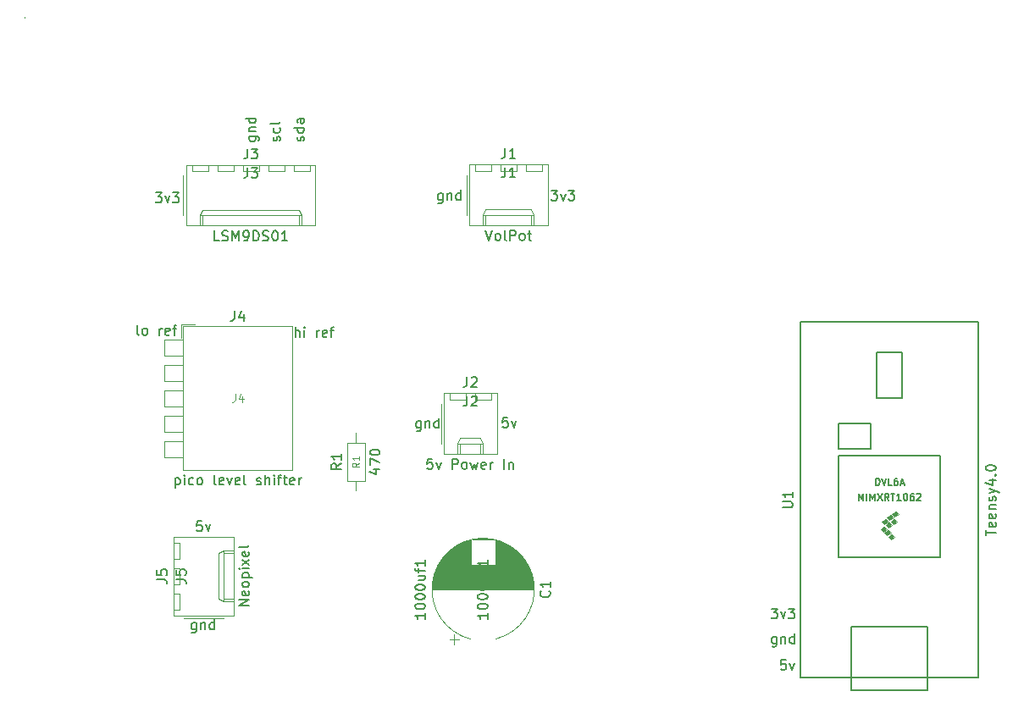
<source format=gbr>
%TF.GenerationSoftware,KiCad,Pcbnew,(6.0.5-0)*%
%TF.CreationDate,2023-02-05T23:58:47+00:00*%
%TF.ProjectId,Resonator_v3,5265736f-6e61-4746-9f72-5f76332e6b69,rev?*%
%TF.SameCoordinates,PXfffec780PYc85b810*%
%TF.FileFunction,Legend,Top*%
%TF.FilePolarity,Positive*%
%FSLAX46Y46*%
G04 Gerber Fmt 4.6, Leading zero omitted, Abs format (unit mm)*
G04 Created by KiCad (PCBNEW (6.0.5-0)) date 2023-02-05 23:58:47*
%MOMM*%
%LPD*%
G01*
G04 APERTURE LIST*
%ADD10C,0.150000*%
%ADD11C,0.108000*%
%ADD12C,0.120000*%
%ADD13C,0.100000*%
G04 APERTURE END LIST*
D10*
X91460001Y146530000D02*
G75*
G03*
X91460001Y146530000I-1J0D01*
G01*
X131003123Y106180486D02*
X131003123Y105370962D01*
X130955504Y105275724D01*
X130907885Y105228105D01*
X130812647Y105180486D01*
X130669790Y105180486D01*
X130574552Y105228105D01*
X131003123Y105561439D02*
X130907885Y105513820D01*
X130717409Y105513820D01*
X130622171Y105561439D01*
X130574552Y105609058D01*
X130526933Y105704296D01*
X130526933Y105990010D01*
X130574552Y106085248D01*
X130622171Y106132867D01*
X130717409Y106180486D01*
X130907885Y106180486D01*
X131003123Y106132867D01*
X131479314Y106180486D02*
X131479314Y105513820D01*
X131479314Y106085248D02*
X131526933Y106132867D01*
X131622171Y106180486D01*
X131765028Y106180486D01*
X131860266Y106132867D01*
X131907885Y106037629D01*
X131907885Y105513820D01*
X132812647Y105513820D02*
X132812647Y106513820D01*
X132812647Y105561439D02*
X132717409Y105513820D01*
X132526933Y105513820D01*
X132431695Y105561439D01*
X132384076Y105609058D01*
X132336457Y105704296D01*
X132336457Y105990010D01*
X132384076Y106085248D01*
X132431695Y106132867D01*
X132526933Y106180486D01*
X132717409Y106180486D01*
X132812647Y106132867D01*
X166037723Y87463820D02*
X166656771Y87463820D01*
X166323438Y87082867D01*
X166466295Y87082867D01*
X166561533Y87035248D01*
X166609152Y86987629D01*
X166656771Y86892391D01*
X166656771Y86654296D01*
X166609152Y86559058D01*
X166561533Y86511439D01*
X166466295Y86463820D01*
X166180580Y86463820D01*
X166085342Y86511439D01*
X166037723Y86559058D01*
X166990104Y87130486D02*
X167228200Y86463820D01*
X167466295Y87130486D01*
X167752009Y87463820D02*
X168371057Y87463820D01*
X168037723Y87082867D01*
X168180580Y87082867D01*
X168275819Y87035248D01*
X168323438Y86987629D01*
X168371057Y86892391D01*
X168371057Y86654296D01*
X168323438Y86559058D01*
X168275819Y86511439D01*
X168180580Y86463820D01*
X167894866Y86463820D01*
X167799628Y86511439D01*
X167752009Y86559058D01*
X109122542Y96201420D02*
X108646352Y96201420D01*
X108598733Y95725229D01*
X108646352Y95772848D01*
X108741590Y95820467D01*
X108979685Y95820467D01*
X109074923Y95772848D01*
X109122542Y95725229D01*
X109170161Y95629991D01*
X109170161Y95391896D01*
X109122542Y95296658D01*
X109074923Y95249039D01*
X108979685Y95201420D01*
X108741590Y95201420D01*
X108646352Y95249039D01*
X108598733Y95296658D01*
X109503495Y95868086D02*
X109741590Y95201420D01*
X109979685Y95868086D01*
X108549523Y86038286D02*
X108549523Y85228762D01*
X108501904Y85133524D01*
X108454285Y85085905D01*
X108359047Y85038286D01*
X108216190Y85038286D01*
X108120952Y85085905D01*
X108549523Y85419239D02*
X108454285Y85371620D01*
X108263809Y85371620D01*
X108168571Y85419239D01*
X108120952Y85466858D01*
X108073333Y85562096D01*
X108073333Y85847810D01*
X108120952Y85943048D01*
X108168571Y85990667D01*
X108263809Y86038286D01*
X108454285Y86038286D01*
X108549523Y85990667D01*
X109025714Y86038286D02*
X109025714Y85371620D01*
X109025714Y85943048D02*
X109073333Y85990667D01*
X109168571Y86038286D01*
X109311428Y86038286D01*
X109406666Y85990667D01*
X109454285Y85895429D01*
X109454285Y85371620D01*
X110359047Y85371620D02*
X110359047Y86371620D01*
X110359047Y85419239D02*
X110263809Y85371620D01*
X110073333Y85371620D01*
X109978095Y85419239D01*
X109930476Y85466858D01*
X109882857Y85562096D01*
X109882857Y85847810D01*
X109930476Y85943048D01*
X109978095Y85990667D01*
X110073333Y86038286D01*
X110263809Y86038286D01*
X110359047Y85990667D01*
X119296761Y134234953D02*
X119344380Y134330191D01*
X119344380Y134520667D01*
X119296761Y134615905D01*
X119201523Y134663524D01*
X119153904Y134663524D01*
X119058666Y134615905D01*
X119011047Y134520667D01*
X119011047Y134377810D01*
X118963428Y134282572D01*
X118868190Y134234953D01*
X118820571Y134234953D01*
X118725333Y134282572D01*
X118677714Y134377810D01*
X118677714Y134520667D01*
X118725333Y134615905D01*
X119344380Y135520667D02*
X118344380Y135520667D01*
X119296761Y135520667D02*
X119344380Y135425429D01*
X119344380Y135234953D01*
X119296761Y135139715D01*
X119249142Y135092096D01*
X119153904Y135044477D01*
X118868190Y135044477D01*
X118772952Y135092096D01*
X118725333Y135139715D01*
X118677714Y135234953D01*
X118677714Y135425429D01*
X118725333Y135520667D01*
X119344380Y136425429D02*
X118820571Y136425429D01*
X118725333Y136377810D01*
X118677714Y136282572D01*
X118677714Y136092096D01*
X118725333Y135996858D01*
X119296761Y136425429D02*
X119344380Y136330191D01*
X119344380Y136092096D01*
X119296761Y135996858D01*
X119201523Y135949239D01*
X119106285Y135949239D01*
X119011047Y135996858D01*
X118963428Y136092096D01*
X118963428Y136330191D01*
X118915809Y136425429D01*
X104493523Y129043620D02*
X105112571Y129043620D01*
X104779238Y128662667D01*
X104922095Y128662667D01*
X105017333Y128615048D01*
X105064952Y128567429D01*
X105112571Y128472191D01*
X105112571Y128234096D01*
X105064952Y128138858D01*
X105017333Y128091239D01*
X104922095Y128043620D01*
X104636380Y128043620D01*
X104541142Y128091239D01*
X104493523Y128138858D01*
X105445904Y128710286D02*
X105684000Y128043620D01*
X105922095Y128710286D01*
X106207809Y129043620D02*
X106826857Y129043620D01*
X106493523Y128662667D01*
X106636380Y128662667D01*
X106731619Y128615048D01*
X106779238Y128567429D01*
X106826857Y128472191D01*
X106826857Y128234096D01*
X106779238Y128138858D01*
X106731619Y128091239D01*
X106636380Y128043620D01*
X106350666Y128043620D01*
X106255428Y128091239D01*
X106207809Y128138858D01*
X133187523Y128964286D02*
X133187523Y128154762D01*
X133139904Y128059524D01*
X133092285Y128011905D01*
X132997047Y127964286D01*
X132854190Y127964286D01*
X132758952Y128011905D01*
X133187523Y128345239D02*
X133092285Y128297620D01*
X132901809Y128297620D01*
X132806571Y128345239D01*
X132758952Y128392858D01*
X132711333Y128488096D01*
X132711333Y128773810D01*
X132758952Y128869048D01*
X132806571Y128916667D01*
X132901809Y128964286D01*
X133092285Y128964286D01*
X133187523Y128916667D01*
X133663714Y128964286D02*
X133663714Y128297620D01*
X133663714Y128869048D02*
X133711333Y128916667D01*
X133806571Y128964286D01*
X133949428Y128964286D01*
X134044666Y128916667D01*
X134092285Y128821429D01*
X134092285Y128297620D01*
X134997047Y128297620D02*
X134997047Y129297620D01*
X134997047Y128345239D02*
X134901809Y128297620D01*
X134711333Y128297620D01*
X134616095Y128345239D01*
X134568476Y128392858D01*
X134520857Y128488096D01*
X134520857Y128773810D01*
X134568476Y128869048D01*
X134616095Y128916667D01*
X134711333Y128964286D01*
X134901809Y128964286D01*
X134997047Y128916667D01*
X167491742Y82333020D02*
X167015552Y82333020D01*
X166967933Y81856829D01*
X167015552Y81904448D01*
X167110790Y81952067D01*
X167348885Y81952067D01*
X167444123Y81904448D01*
X167491742Y81856829D01*
X167539361Y81761591D01*
X167539361Y81523496D01*
X167491742Y81428258D01*
X167444123Y81380639D01*
X167348885Y81333020D01*
X167110790Y81333020D01*
X167015552Y81380639D01*
X166967933Y81428258D01*
X167872695Y81999686D02*
X168110790Y81333020D01*
X168348885Y81999686D01*
X139678742Y106564620D02*
X139202552Y106564620D01*
X139154933Y106088429D01*
X139202552Y106136048D01*
X139297790Y106183667D01*
X139535885Y106183667D01*
X139631123Y106136048D01*
X139678742Y106088429D01*
X139726361Y105993191D01*
X139726361Y105755096D01*
X139678742Y105659858D01*
X139631123Y105612239D01*
X139535885Y105564620D01*
X139297790Y105564620D01*
X139202552Y105612239D01*
X139154933Y105659858D01*
X140059695Y106231286D02*
X140297790Y105564620D01*
X140535885Y106231286D01*
X113851714Y134663524D02*
X114661238Y134663524D01*
X114756476Y134615905D01*
X114804095Y134568286D01*
X114851714Y134473048D01*
X114851714Y134330191D01*
X114804095Y134234953D01*
X114470761Y134663524D02*
X114518380Y134568286D01*
X114518380Y134377810D01*
X114470761Y134282572D01*
X114423142Y134234953D01*
X114327904Y134187334D01*
X114042190Y134187334D01*
X113946952Y134234953D01*
X113899333Y134282572D01*
X113851714Y134377810D01*
X113851714Y134568286D01*
X113899333Y134663524D01*
X113851714Y135139715D02*
X114518380Y135139715D01*
X113946952Y135139715D02*
X113899333Y135187334D01*
X113851714Y135282572D01*
X113851714Y135425429D01*
X113899333Y135520667D01*
X113994571Y135568286D01*
X114518380Y135568286D01*
X114518380Y136473048D02*
X113518380Y136473048D01*
X114470761Y136473048D02*
X114518380Y136377810D01*
X114518380Y136187334D01*
X114470761Y136092096D01*
X114423142Y136044477D01*
X114327904Y135996858D01*
X114042190Y135996858D01*
X113946952Y136044477D01*
X113899333Y136092096D01*
X113851714Y136187334D01*
X113851714Y136377810D01*
X113899333Y136473048D01*
X144041323Y129272220D02*
X144660371Y129272220D01*
X144327038Y128891267D01*
X144469895Y128891267D01*
X144565133Y128843648D01*
X144612752Y128796029D01*
X144660371Y128700791D01*
X144660371Y128462696D01*
X144612752Y128367458D01*
X144565133Y128319839D01*
X144469895Y128272220D01*
X144184180Y128272220D01*
X144088942Y128319839D01*
X144041323Y128367458D01*
X144993704Y128938886D02*
X145231800Y128272220D01*
X145469895Y128938886D01*
X145755609Y129272220D02*
X146374657Y129272220D01*
X146041323Y128891267D01*
X146184180Y128891267D01*
X146279419Y128843648D01*
X146327038Y128796029D01*
X146374657Y128700791D01*
X146374657Y128462696D01*
X146327038Y128367458D01*
X146279419Y128319839D01*
X146184180Y128272220D01*
X145898466Y128272220D01*
X145803228Y128319839D01*
X145755609Y128367458D01*
X166563123Y84641286D02*
X166563123Y83831762D01*
X166515504Y83736524D01*
X166467885Y83688905D01*
X166372647Y83641286D01*
X166229790Y83641286D01*
X166134552Y83688905D01*
X166563123Y84022239D02*
X166467885Y83974620D01*
X166277409Y83974620D01*
X166182171Y84022239D01*
X166134552Y84069858D01*
X166086933Y84165096D01*
X166086933Y84450810D01*
X166134552Y84546048D01*
X166182171Y84593667D01*
X166277409Y84641286D01*
X166467885Y84641286D01*
X166563123Y84593667D01*
X167039314Y84641286D02*
X167039314Y83974620D01*
X167039314Y84546048D02*
X167086933Y84593667D01*
X167182171Y84641286D01*
X167325028Y84641286D01*
X167420266Y84593667D01*
X167467885Y84498429D01*
X167467885Y83974620D01*
X168372647Y83974620D02*
X168372647Y84974620D01*
X168372647Y84022239D02*
X168277409Y83974620D01*
X168086933Y83974620D01*
X167991695Y84022239D01*
X167944076Y84069858D01*
X167896457Y84165096D01*
X167896457Y84450810D01*
X167944076Y84546048D01*
X167991695Y84593667D01*
X168086933Y84641286D01*
X168277409Y84641286D01*
X168372647Y84593667D01*
X116883761Y134220639D02*
X116931380Y134315877D01*
X116931380Y134506353D01*
X116883761Y134601591D01*
X116788523Y134649210D01*
X116740904Y134649210D01*
X116645666Y134601591D01*
X116598047Y134506353D01*
X116598047Y134363496D01*
X116550428Y134268258D01*
X116455190Y134220639D01*
X116407571Y134220639D01*
X116312333Y134268258D01*
X116264714Y134363496D01*
X116264714Y134506353D01*
X116312333Y134601591D01*
X116883761Y135506353D02*
X116931380Y135411115D01*
X116931380Y135220639D01*
X116883761Y135125400D01*
X116836142Y135077781D01*
X116740904Y135030162D01*
X116455190Y135030162D01*
X116359952Y135077781D01*
X116312333Y135125400D01*
X116264714Y135220639D01*
X116264714Y135411115D01*
X116312333Y135506353D01*
X116931380Y136077781D02*
X116883761Y135982543D01*
X116788523Y135934924D01*
X115931380Y135934924D01*
X118457257Y114607020D02*
X118457257Y115607020D01*
X118885828Y114607020D02*
X118885828Y115130829D01*
X118838209Y115226067D01*
X118742971Y115273686D01*
X118600114Y115273686D01*
X118504876Y115226067D01*
X118457257Y115178448D01*
X119362019Y114607020D02*
X119362019Y115273686D01*
X119362019Y115607020D02*
X119314400Y115559400D01*
X119362019Y115511781D01*
X119409638Y115559400D01*
X119362019Y115607020D01*
X119362019Y115511781D01*
X120600114Y114607020D02*
X120600114Y115273686D01*
X120600114Y115083210D02*
X120647733Y115178448D01*
X120695352Y115226067D01*
X120790590Y115273686D01*
X120885828Y115273686D01*
X121600114Y114654639D02*
X121504876Y114607020D01*
X121314400Y114607020D01*
X121219161Y114654639D01*
X121171542Y114749877D01*
X121171542Y115130829D01*
X121219161Y115226067D01*
X121314400Y115273686D01*
X121504876Y115273686D01*
X121600114Y115226067D01*
X121647733Y115130829D01*
X121647733Y115035591D01*
X121171542Y114940353D01*
X121933447Y115273686D02*
X122314400Y115273686D01*
X122076304Y114607020D02*
X122076304Y115464162D01*
X122123923Y115559400D01*
X122219161Y115607020D01*
X122314400Y115607020D01*
X102828304Y114810220D02*
X102733066Y114857839D01*
X102685447Y114953077D01*
X102685447Y115810220D01*
X103352114Y114810220D02*
X103256876Y114857839D01*
X103209257Y114905458D01*
X103161638Y115000696D01*
X103161638Y115286410D01*
X103209257Y115381648D01*
X103256876Y115429267D01*
X103352114Y115476886D01*
X103494971Y115476886D01*
X103590209Y115429267D01*
X103637828Y115381648D01*
X103685447Y115286410D01*
X103685447Y115000696D01*
X103637828Y114905458D01*
X103590209Y114857839D01*
X103494971Y114810220D01*
X103352114Y114810220D01*
X104875923Y114810220D02*
X104875923Y115476886D01*
X104875923Y115286410D02*
X104923542Y115381648D01*
X104971161Y115429267D01*
X105066400Y115476886D01*
X105161638Y115476886D01*
X105875923Y114857839D02*
X105780685Y114810220D01*
X105590209Y114810220D01*
X105494971Y114857839D01*
X105447352Y114953077D01*
X105447352Y115334029D01*
X105494971Y115429267D01*
X105590209Y115476886D01*
X105780685Y115476886D01*
X105875923Y115429267D01*
X105923542Y115334029D01*
X105923542Y115238791D01*
X105447352Y115143553D01*
X106209257Y115476886D02*
X106590209Y115476886D01*
X106352114Y114810220D02*
X106352114Y115667362D01*
X106399733Y115762600D01*
X106494971Y115810220D01*
X106590209Y115810220D01*
%TO.C,J2*%
X135636666Y110617620D02*
X135636666Y109903334D01*
X135589047Y109760477D01*
X135493809Y109665239D01*
X135350952Y109617620D01*
X135255714Y109617620D01*
X136065238Y110522381D02*
X136112857Y110570000D01*
X136208095Y110617620D01*
X136446190Y110617620D01*
X136541428Y110570000D01*
X136589047Y110522381D01*
X136636666Y110427143D01*
X136636666Y110331905D01*
X136589047Y110189048D01*
X136017619Y109617620D01*
X136636666Y109617620D01*
X132160476Y102417620D02*
X131684285Y102417620D01*
X131636666Y101941429D01*
X131684285Y101989048D01*
X131779523Y102036667D01*
X132017619Y102036667D01*
X132112857Y101989048D01*
X132160476Y101941429D01*
X132208095Y101846191D01*
X132208095Y101608096D01*
X132160476Y101512858D01*
X132112857Y101465239D01*
X132017619Y101417620D01*
X131779523Y101417620D01*
X131684285Y101465239D01*
X131636666Y101512858D01*
X132541428Y102084286D02*
X132779523Y101417620D01*
X133017619Y102084286D01*
X134160476Y101417620D02*
X134160476Y102417620D01*
X134541428Y102417620D01*
X134636666Y102370000D01*
X134684285Y102322381D01*
X134731904Y102227143D01*
X134731904Y102084286D01*
X134684285Y101989048D01*
X134636666Y101941429D01*
X134541428Y101893810D01*
X134160476Y101893810D01*
X135303333Y101417620D02*
X135208095Y101465239D01*
X135160476Y101512858D01*
X135112857Y101608096D01*
X135112857Y101893810D01*
X135160476Y101989048D01*
X135208095Y102036667D01*
X135303333Y102084286D01*
X135446190Y102084286D01*
X135541428Y102036667D01*
X135589047Y101989048D01*
X135636666Y101893810D01*
X135636666Y101608096D01*
X135589047Y101512858D01*
X135541428Y101465239D01*
X135446190Y101417620D01*
X135303333Y101417620D01*
X135970000Y102084286D02*
X136160476Y101417620D01*
X136350952Y101893810D01*
X136541428Y101417620D01*
X136731904Y102084286D01*
X137493809Y101465239D02*
X137398571Y101417620D01*
X137208095Y101417620D01*
X137112857Y101465239D01*
X137065238Y101560477D01*
X137065238Y101941429D01*
X137112857Y102036667D01*
X137208095Y102084286D01*
X137398571Y102084286D01*
X137493809Y102036667D01*
X137541428Y101941429D01*
X137541428Y101846191D01*
X137065238Y101750953D01*
X137970000Y101417620D02*
X137970000Y102084286D01*
X137970000Y101893810D02*
X138017619Y101989048D01*
X138065238Y102036667D01*
X138160476Y102084286D01*
X138255714Y102084286D01*
X139350952Y101417620D02*
X139350952Y102417620D01*
X139827142Y102084286D02*
X139827142Y101417620D01*
X139827142Y101989048D02*
X139874761Y102036667D01*
X139970000Y102084286D01*
X140112857Y102084286D01*
X140208095Y102036667D01*
X140255714Y101941429D01*
X140255714Y101417620D01*
X135636666Y108717620D02*
X135636666Y108003334D01*
X135589047Y107860477D01*
X135493809Y107765239D01*
X135350952Y107717620D01*
X135255714Y107717620D01*
X136065238Y108622381D02*
X136112857Y108670000D01*
X136208095Y108717620D01*
X136446190Y108717620D01*
X136541428Y108670000D01*
X136589047Y108622381D01*
X136636666Y108527143D01*
X136636666Y108431905D01*
X136589047Y108289048D01*
X136017619Y107717620D01*
X136636666Y107717620D01*
%TO.C,J3*%
X113681747Y133429672D02*
X113681747Y132715386D01*
X113634128Y132572529D01*
X113538890Y132477291D01*
X113396033Y132429672D01*
X113300795Y132429672D01*
X114062700Y133429672D02*
X114681747Y133429672D01*
X114348414Y133048719D01*
X114491271Y133048719D01*
X114586509Y133001100D01*
X114634128Y132953481D01*
X114681747Y132858243D01*
X114681747Y132620148D01*
X114634128Y132524910D01*
X114586509Y132477291D01*
X114491271Y132429672D01*
X114205557Y132429672D01*
X114110319Y132477291D01*
X114062700Y132524910D01*
X110872223Y124229672D02*
X110396033Y124229672D01*
X110396033Y125229672D01*
X111157938Y124277291D02*
X111300795Y124229672D01*
X111538890Y124229672D01*
X111634128Y124277291D01*
X111681747Y124324910D01*
X111729366Y124420148D01*
X111729366Y124515386D01*
X111681747Y124610624D01*
X111634128Y124658243D01*
X111538890Y124705862D01*
X111348414Y124753481D01*
X111253176Y124801100D01*
X111205557Y124848719D01*
X111157938Y124943957D01*
X111157938Y125039195D01*
X111205557Y125134433D01*
X111253176Y125182052D01*
X111348414Y125229672D01*
X111586509Y125229672D01*
X111729366Y125182052D01*
X112157938Y124229672D02*
X112157938Y125229672D01*
X112491271Y124515386D01*
X112824604Y125229672D01*
X112824604Y124229672D01*
X113348414Y124229672D02*
X113538890Y124229672D01*
X113634128Y124277291D01*
X113681747Y124324910D01*
X113776985Y124467767D01*
X113824604Y124658243D01*
X113824604Y125039195D01*
X113776985Y125134433D01*
X113729366Y125182052D01*
X113634128Y125229672D01*
X113443652Y125229672D01*
X113348414Y125182052D01*
X113300795Y125134433D01*
X113253176Y125039195D01*
X113253176Y124801100D01*
X113300795Y124705862D01*
X113348414Y124658243D01*
X113443652Y124610624D01*
X113634128Y124610624D01*
X113729366Y124658243D01*
X113776985Y124705862D01*
X113824604Y124801100D01*
X114253176Y124229672D02*
X114253176Y125229672D01*
X114491271Y125229672D01*
X114634128Y125182052D01*
X114729366Y125086814D01*
X114776985Y124991576D01*
X114824604Y124801100D01*
X114824604Y124658243D01*
X114776985Y124467767D01*
X114729366Y124372529D01*
X114634128Y124277291D01*
X114491271Y124229672D01*
X114253176Y124229672D01*
X115205557Y124277291D02*
X115348414Y124229672D01*
X115586509Y124229672D01*
X115681747Y124277291D01*
X115729366Y124324910D01*
X115776985Y124420148D01*
X115776985Y124515386D01*
X115729366Y124610624D01*
X115681747Y124658243D01*
X115586509Y124705862D01*
X115396033Y124753481D01*
X115300795Y124801100D01*
X115253176Y124848719D01*
X115205557Y124943957D01*
X115205557Y125039195D01*
X115253176Y125134433D01*
X115300795Y125182052D01*
X115396033Y125229672D01*
X115634128Y125229672D01*
X115776985Y125182052D01*
X116396033Y125229672D02*
X116491271Y125229672D01*
X116586509Y125182052D01*
X116634128Y125134433D01*
X116681747Y125039195D01*
X116729366Y124848719D01*
X116729366Y124610624D01*
X116681747Y124420148D01*
X116634128Y124324910D01*
X116586509Y124277291D01*
X116491271Y124229672D01*
X116396033Y124229672D01*
X116300795Y124277291D01*
X116253176Y124324910D01*
X116205557Y124420148D01*
X116157938Y124610624D01*
X116157938Y124848719D01*
X116205557Y125039195D01*
X116253176Y125134433D01*
X116300795Y125182052D01*
X116396033Y125229672D01*
X117681747Y124229672D02*
X117110319Y124229672D01*
X117396033Y124229672D02*
X117396033Y125229672D01*
X117300795Y125086814D01*
X117205557Y124991576D01*
X117110319Y124943957D01*
X113681747Y131529672D02*
X113681747Y130815386D01*
X113634128Y130672529D01*
X113538890Y130577291D01*
X113396033Y130529672D01*
X113300795Y130529672D01*
X114062700Y131529672D02*
X114681747Y131529672D01*
X114348414Y131148719D01*
X114491271Y131148719D01*
X114586509Y131101100D01*
X114634128Y131053481D01*
X114681747Y130958243D01*
X114681747Y130720148D01*
X114634128Y130624910D01*
X114586509Y130577291D01*
X114491271Y130529672D01*
X114205557Y130529672D01*
X114110319Y130577291D01*
X114062700Y130624910D01*
%TO.C,R1*%
X123072380Y101973334D02*
X122596190Y101640000D01*
X123072380Y101401905D02*
X122072380Y101401905D01*
X122072380Y101782858D01*
X122120000Y101878096D01*
X122167619Y101925715D01*
X122262857Y101973334D01*
X122405714Y101973334D01*
X122500952Y101925715D01*
X122548571Y101878096D01*
X122596190Y101782858D01*
X122596190Y101401905D01*
X123072380Y102925715D02*
X123072380Y102354286D01*
X123072380Y102640000D02*
X122072380Y102640000D01*
X122215238Y102544762D01*
X122310476Y102449524D01*
X122358095Y102354286D01*
X126245714Y101378096D02*
X126912380Y101378096D01*
X125864761Y101140000D02*
X126579047Y100901905D01*
X126579047Y101520953D01*
X125912380Y101806667D02*
X125912380Y102473334D01*
X126912380Y102044762D01*
X125912380Y103044762D02*
X125912380Y103140000D01*
X125960000Y103235239D01*
X126007619Y103282858D01*
X126102857Y103330477D01*
X126293333Y103378096D01*
X126531428Y103378096D01*
X126721904Y103330477D01*
X126817142Y103282858D01*
X126864761Y103235239D01*
X126912380Y103140000D01*
X126912380Y103044762D01*
X126864761Y102949524D01*
X126817142Y102901905D01*
X126721904Y102854286D01*
X126531428Y102806667D01*
X126293333Y102806667D01*
X126102857Y102854286D01*
X126007619Y102901905D01*
X125960000Y102949524D01*
X125912380Y103044762D01*
D11*
X124865714Y102020000D02*
X124522857Y101780000D01*
X124865714Y101608572D02*
X124145714Y101608572D01*
X124145714Y101882858D01*
X124180000Y101951429D01*
X124214285Y101985715D01*
X124282857Y102020000D01*
X124385714Y102020000D01*
X124454285Y101985715D01*
X124488571Y101951429D01*
X124522857Y101882858D01*
X124522857Y101608572D01*
X124865714Y102705715D02*
X124865714Y102294286D01*
X124865714Y102500000D02*
X124145714Y102500000D01*
X124248571Y102431429D01*
X124317142Y102362858D01*
X124351428Y102294286D01*
D10*
%TO.C,J4*%
X112391666Y117222620D02*
X112391666Y116508334D01*
X112344047Y116365477D01*
X112248809Y116270239D01*
X112105952Y116222620D01*
X112010714Y116222620D01*
X113296428Y116889286D02*
X113296428Y116222620D01*
X113058333Y117270239D02*
X112820238Y116555953D01*
X113439285Y116555953D01*
X106463095Y100509286D02*
X106463095Y99509286D01*
X106463095Y100461667D02*
X106558333Y100509286D01*
X106748809Y100509286D01*
X106844047Y100461667D01*
X106891666Y100414048D01*
X106939285Y100318810D01*
X106939285Y100033096D01*
X106891666Y99937858D01*
X106844047Y99890239D01*
X106748809Y99842620D01*
X106558333Y99842620D01*
X106463095Y99890239D01*
X107367857Y99842620D02*
X107367857Y100509286D01*
X107367857Y100842620D02*
X107320238Y100795000D01*
X107367857Y100747381D01*
X107415476Y100795000D01*
X107367857Y100842620D01*
X107367857Y100747381D01*
X108272619Y99890239D02*
X108177380Y99842620D01*
X107986904Y99842620D01*
X107891666Y99890239D01*
X107844047Y99937858D01*
X107796428Y100033096D01*
X107796428Y100318810D01*
X107844047Y100414048D01*
X107891666Y100461667D01*
X107986904Y100509286D01*
X108177380Y100509286D01*
X108272619Y100461667D01*
X108844047Y99842620D02*
X108748809Y99890239D01*
X108701190Y99937858D01*
X108653571Y100033096D01*
X108653571Y100318810D01*
X108701190Y100414048D01*
X108748809Y100461667D01*
X108844047Y100509286D01*
X108986904Y100509286D01*
X109082142Y100461667D01*
X109129761Y100414048D01*
X109177380Y100318810D01*
X109177380Y100033096D01*
X109129761Y99937858D01*
X109082142Y99890239D01*
X108986904Y99842620D01*
X108844047Y99842620D01*
X110510714Y99842620D02*
X110415476Y99890239D01*
X110367857Y99985477D01*
X110367857Y100842620D01*
X111272619Y99890239D02*
X111177380Y99842620D01*
X110986904Y99842620D01*
X110891666Y99890239D01*
X110844047Y99985477D01*
X110844047Y100366429D01*
X110891666Y100461667D01*
X110986904Y100509286D01*
X111177380Y100509286D01*
X111272619Y100461667D01*
X111320238Y100366429D01*
X111320238Y100271191D01*
X110844047Y100175953D01*
X111653571Y100509286D02*
X111891666Y99842620D01*
X112129761Y100509286D01*
X112891666Y99890239D02*
X112796428Y99842620D01*
X112605952Y99842620D01*
X112510714Y99890239D01*
X112463095Y99985477D01*
X112463095Y100366429D01*
X112510714Y100461667D01*
X112605952Y100509286D01*
X112796428Y100509286D01*
X112891666Y100461667D01*
X112939285Y100366429D01*
X112939285Y100271191D01*
X112463095Y100175953D01*
X113510714Y99842620D02*
X113415476Y99890239D01*
X113367857Y99985477D01*
X113367857Y100842620D01*
X114605952Y99890239D02*
X114701190Y99842620D01*
X114891666Y99842620D01*
X114986904Y99890239D01*
X115034523Y99985477D01*
X115034523Y100033096D01*
X114986904Y100128334D01*
X114891666Y100175953D01*
X114748809Y100175953D01*
X114653571Y100223572D01*
X114605952Y100318810D01*
X114605952Y100366429D01*
X114653571Y100461667D01*
X114748809Y100509286D01*
X114891666Y100509286D01*
X114986904Y100461667D01*
X115463095Y99842620D02*
X115463095Y100842620D01*
X115891666Y99842620D02*
X115891666Y100366429D01*
X115844047Y100461667D01*
X115748809Y100509286D01*
X115605952Y100509286D01*
X115510714Y100461667D01*
X115463095Y100414048D01*
X116367857Y99842620D02*
X116367857Y100509286D01*
X116367857Y100842620D02*
X116320238Y100795000D01*
X116367857Y100747381D01*
X116415476Y100795000D01*
X116367857Y100842620D01*
X116367857Y100747381D01*
X116701190Y100509286D02*
X117082142Y100509286D01*
X116844047Y99842620D02*
X116844047Y100699762D01*
X116891666Y100795000D01*
X116986904Y100842620D01*
X117082142Y100842620D01*
X117272619Y100509286D02*
X117653571Y100509286D01*
X117415476Y100842620D02*
X117415476Y99985477D01*
X117463095Y99890239D01*
X117558333Y99842620D01*
X117653571Y99842620D01*
X118367857Y99890239D02*
X118272619Y99842620D01*
X118082142Y99842620D01*
X117986904Y99890239D01*
X117939285Y99985477D01*
X117939285Y100366429D01*
X117986904Y100461667D01*
X118082142Y100509286D01*
X118272619Y100509286D01*
X118367857Y100461667D01*
X118415476Y100366429D01*
X118415476Y100271191D01*
X117939285Y100175953D01*
X118844047Y99842620D02*
X118844047Y100509286D01*
X118844047Y100318810D02*
X118891666Y100414048D01*
X118939285Y100461667D01*
X119034523Y100509286D01*
X119129761Y100509286D01*
D12*
X112458333Y108923096D02*
X112458333Y108351667D01*
X112420238Y108237381D01*
X112344047Y108161191D01*
X112229761Y108123096D01*
X112153571Y108123096D01*
X113182142Y108656429D02*
X113182142Y108123096D01*
X112991666Y108961191D02*
X112801190Y108389762D01*
X113296428Y108389762D01*
D10*
%TO.C,J5*%
X104632380Y90376667D02*
X105346666Y90376667D01*
X105489523Y90329048D01*
X105584761Y90233810D01*
X105632380Y90090953D01*
X105632380Y89995715D01*
X104632380Y91329048D02*
X104632380Y90852858D01*
X105108571Y90805239D01*
X105060952Y90852858D01*
X105013333Y90948096D01*
X105013333Y91186191D01*
X105060952Y91281429D01*
X105108571Y91329048D01*
X105203809Y91376667D01*
X105441904Y91376667D01*
X105537142Y91329048D01*
X105584761Y91281429D01*
X105632380Y91186191D01*
X105632380Y90948096D01*
X105584761Y90852858D01*
X105537142Y90805239D01*
X113832380Y87757620D02*
X112832380Y87757620D01*
X113832380Y88329048D01*
X112832380Y88329048D01*
X113784761Y89186191D02*
X113832380Y89090953D01*
X113832380Y88900477D01*
X113784761Y88805239D01*
X113689523Y88757620D01*
X113308571Y88757620D01*
X113213333Y88805239D01*
X113165714Y88900477D01*
X113165714Y89090953D01*
X113213333Y89186191D01*
X113308571Y89233810D01*
X113403809Y89233810D01*
X113499047Y88757620D01*
X113832380Y89805239D02*
X113784761Y89710000D01*
X113737142Y89662381D01*
X113641904Y89614762D01*
X113356190Y89614762D01*
X113260952Y89662381D01*
X113213333Y89710000D01*
X113165714Y89805239D01*
X113165714Y89948096D01*
X113213333Y90043334D01*
X113260952Y90090953D01*
X113356190Y90138572D01*
X113641904Y90138572D01*
X113737142Y90090953D01*
X113784761Y90043334D01*
X113832380Y89948096D01*
X113832380Y89805239D01*
X113165714Y90567143D02*
X114165714Y90567143D01*
X113213333Y90567143D02*
X113165714Y90662381D01*
X113165714Y90852858D01*
X113213333Y90948096D01*
X113260952Y90995715D01*
X113356190Y91043334D01*
X113641904Y91043334D01*
X113737142Y90995715D01*
X113784761Y90948096D01*
X113832380Y90852858D01*
X113832380Y90662381D01*
X113784761Y90567143D01*
X113832380Y91471905D02*
X113165714Y91471905D01*
X112832380Y91471905D02*
X112880000Y91424286D01*
X112927619Y91471905D01*
X112880000Y91519524D01*
X112832380Y91471905D01*
X112927619Y91471905D01*
X113832380Y91852858D02*
X113165714Y92376667D01*
X113165714Y91852858D02*
X113832380Y92376667D01*
X113784761Y93138572D02*
X113832380Y93043334D01*
X113832380Y92852858D01*
X113784761Y92757620D01*
X113689523Y92710000D01*
X113308571Y92710000D01*
X113213333Y92757620D01*
X113165714Y92852858D01*
X113165714Y93043334D01*
X113213333Y93138572D01*
X113308571Y93186191D01*
X113403809Y93186191D01*
X113499047Y92710000D01*
X113832380Y93757620D02*
X113784761Y93662381D01*
X113689523Y93614762D01*
X112832380Y93614762D01*
X106532380Y90376667D02*
X107246666Y90376667D01*
X107389523Y90329048D01*
X107484761Y90233810D01*
X107532380Y90090953D01*
X107532380Y89995715D01*
X106532380Y91329048D02*
X106532380Y90852858D01*
X107008571Y90805239D01*
X106960952Y90852858D01*
X106913333Y90948096D01*
X106913333Y91186191D01*
X106960952Y91281429D01*
X107008571Y91329048D01*
X107103809Y91376667D01*
X107341904Y91376667D01*
X107437142Y91329048D01*
X107484761Y91281429D01*
X107532380Y91186191D01*
X107532380Y90948096D01*
X107484761Y90852858D01*
X107437142Y90805239D01*
%TO.C,U1*%
X167172380Y97568096D02*
X167981904Y97568096D01*
X168077142Y97615715D01*
X168124761Y97663334D01*
X168172380Y97758572D01*
X168172380Y97949048D01*
X168124761Y98044286D01*
X168077142Y98091905D01*
X167981904Y98139524D01*
X167172380Y98139524D01*
X168172380Y99139524D02*
X168172380Y98568096D01*
X168172380Y98853810D02*
X167172380Y98853810D01*
X167315238Y98758572D01*
X167410476Y98663334D01*
X167458095Y98568096D01*
X187492380Y94758572D02*
X187492380Y95330000D01*
X188492380Y95044286D02*
X187492380Y95044286D01*
X188444761Y96044286D02*
X188492380Y95949048D01*
X188492380Y95758572D01*
X188444761Y95663334D01*
X188349523Y95615715D01*
X187968571Y95615715D01*
X187873333Y95663334D01*
X187825714Y95758572D01*
X187825714Y95949048D01*
X187873333Y96044286D01*
X187968571Y96091905D01*
X188063809Y96091905D01*
X188159047Y95615715D01*
X188444761Y96901429D02*
X188492380Y96806191D01*
X188492380Y96615715D01*
X188444761Y96520477D01*
X188349523Y96472858D01*
X187968571Y96472858D01*
X187873333Y96520477D01*
X187825714Y96615715D01*
X187825714Y96806191D01*
X187873333Y96901429D01*
X187968571Y96949048D01*
X188063809Y96949048D01*
X188159047Y96472858D01*
X187825714Y97377620D02*
X188492380Y97377620D01*
X187920952Y97377620D02*
X187873333Y97425239D01*
X187825714Y97520477D01*
X187825714Y97663334D01*
X187873333Y97758572D01*
X187968571Y97806191D01*
X188492380Y97806191D01*
X188444761Y98234762D02*
X188492380Y98330000D01*
X188492380Y98520477D01*
X188444761Y98615715D01*
X188349523Y98663334D01*
X188301904Y98663334D01*
X188206666Y98615715D01*
X188159047Y98520477D01*
X188159047Y98377620D01*
X188111428Y98282381D01*
X188016190Y98234762D01*
X187968571Y98234762D01*
X187873333Y98282381D01*
X187825714Y98377620D01*
X187825714Y98520477D01*
X187873333Y98615715D01*
X187825714Y98996667D02*
X188492380Y99234762D01*
X187825714Y99472858D02*
X188492380Y99234762D01*
X188730476Y99139524D01*
X188778095Y99091905D01*
X188825714Y98996667D01*
X187825714Y100282381D02*
X188492380Y100282381D01*
X187444761Y100044286D02*
X188159047Y99806191D01*
X188159047Y100425239D01*
X188397142Y100806191D02*
X188444761Y100853810D01*
X188492380Y100806191D01*
X188444761Y100758572D01*
X188397142Y100806191D01*
X188492380Y100806191D01*
X187492380Y101472858D02*
X187492380Y101568096D01*
X187540000Y101663334D01*
X187587619Y101710953D01*
X187682857Y101758572D01*
X187873333Y101806191D01*
X188111428Y101806191D01*
X188301904Y101758572D01*
X188397142Y101710953D01*
X188444761Y101663334D01*
X188492380Y101568096D01*
X188492380Y101472858D01*
X188444761Y101377620D01*
X188397142Y101330000D01*
X188301904Y101282381D01*
X188111428Y101234762D01*
X187873333Y101234762D01*
X187682857Y101282381D01*
X187587619Y101330000D01*
X187540000Y101377620D01*
X187492380Y101472858D01*
X174796666Y98267334D02*
X174796666Y98967334D01*
X175030000Y98467334D01*
X175263333Y98967334D01*
X175263333Y98267334D01*
X175596666Y98267334D02*
X175596666Y98967334D01*
X175930000Y98267334D02*
X175930000Y98967334D01*
X176163333Y98467334D01*
X176396666Y98967334D01*
X176396666Y98267334D01*
X176663333Y98967334D02*
X177130000Y98267334D01*
X177130000Y98967334D02*
X176663333Y98267334D01*
X177796666Y98267334D02*
X177563333Y98600667D01*
X177396666Y98267334D02*
X177396666Y98967334D01*
X177663333Y98967334D01*
X177730000Y98934000D01*
X177763333Y98900667D01*
X177796666Y98834000D01*
X177796666Y98734000D01*
X177763333Y98667334D01*
X177730000Y98634000D01*
X177663333Y98600667D01*
X177396666Y98600667D01*
X177996666Y98967334D02*
X178396666Y98967334D01*
X178196666Y98267334D02*
X178196666Y98967334D01*
X178996666Y98267334D02*
X178596666Y98267334D01*
X178796666Y98267334D02*
X178796666Y98967334D01*
X178730000Y98867334D01*
X178663333Y98800667D01*
X178596666Y98767334D01*
X179430000Y98967334D02*
X179496666Y98967334D01*
X179563333Y98934000D01*
X179596666Y98900667D01*
X179630000Y98834000D01*
X179663333Y98700667D01*
X179663333Y98534000D01*
X179630000Y98400667D01*
X179596666Y98334000D01*
X179563333Y98300667D01*
X179496666Y98267334D01*
X179430000Y98267334D01*
X179363333Y98300667D01*
X179330000Y98334000D01*
X179296666Y98400667D01*
X179263333Y98534000D01*
X179263333Y98700667D01*
X179296666Y98834000D01*
X179330000Y98900667D01*
X179363333Y98934000D01*
X179430000Y98967334D01*
X180263333Y98967334D02*
X180130000Y98967334D01*
X180063333Y98934000D01*
X180030000Y98900667D01*
X179963333Y98800667D01*
X179930000Y98667334D01*
X179930000Y98400667D01*
X179963333Y98334000D01*
X179996666Y98300667D01*
X180063333Y98267334D01*
X180196666Y98267334D01*
X180263333Y98300667D01*
X180296666Y98334000D01*
X180330000Y98400667D01*
X180330000Y98567334D01*
X180296666Y98634000D01*
X180263333Y98667334D01*
X180196666Y98700667D01*
X180063333Y98700667D01*
X179996666Y98667334D01*
X179963333Y98634000D01*
X179930000Y98567334D01*
X180596666Y98900667D02*
X180630000Y98934000D01*
X180696666Y98967334D01*
X180863333Y98967334D01*
X180930000Y98934000D01*
X180963333Y98900667D01*
X180996666Y98834000D01*
X180996666Y98767334D01*
X180963333Y98667334D01*
X180563333Y98267334D01*
X180996666Y98267334D01*
X176480000Y99791334D02*
X176480000Y100491334D01*
X176646666Y100491334D01*
X176746666Y100458000D01*
X176813333Y100391334D01*
X176846666Y100324667D01*
X176880000Y100191334D01*
X176880000Y100091334D01*
X176846666Y99958000D01*
X176813333Y99891334D01*
X176746666Y99824667D01*
X176646666Y99791334D01*
X176480000Y99791334D01*
X177080000Y100491334D02*
X177313333Y99791334D01*
X177546666Y100491334D01*
X178113333Y99791334D02*
X177780000Y99791334D01*
X177780000Y100491334D01*
X178646666Y100491334D02*
X178513333Y100491334D01*
X178446666Y100458000D01*
X178413333Y100424667D01*
X178346666Y100324667D01*
X178313333Y100191334D01*
X178313333Y99924667D01*
X178346666Y99858000D01*
X178380000Y99824667D01*
X178446666Y99791334D01*
X178580000Y99791334D01*
X178646666Y99824667D01*
X178680000Y99858000D01*
X178713333Y99924667D01*
X178713333Y100091334D01*
X178680000Y100158000D01*
X178646666Y100191334D01*
X178580000Y100224667D01*
X178446666Y100224667D01*
X178380000Y100191334D01*
X178346666Y100158000D01*
X178313333Y100091334D01*
X178980000Y99991334D02*
X179313333Y99991334D01*
X178913333Y99791334D02*
X179146666Y100491334D01*
X179380000Y99791334D01*
%TO.C,1000uf1*%
X131442380Y87022858D02*
X131442380Y86451429D01*
X131442380Y86737143D02*
X130442380Y86737143D01*
X130585238Y86641905D01*
X130680476Y86546667D01*
X130728095Y86451429D01*
X130442380Y87641905D02*
X130442380Y87737143D01*
X130490000Y87832381D01*
X130537619Y87880000D01*
X130632857Y87927620D01*
X130823333Y87975239D01*
X131061428Y87975239D01*
X131251904Y87927620D01*
X131347142Y87880000D01*
X131394761Y87832381D01*
X131442380Y87737143D01*
X131442380Y87641905D01*
X131394761Y87546667D01*
X131347142Y87499048D01*
X131251904Y87451429D01*
X131061428Y87403810D01*
X130823333Y87403810D01*
X130632857Y87451429D01*
X130537619Y87499048D01*
X130490000Y87546667D01*
X130442380Y87641905D01*
X130442380Y88594286D02*
X130442380Y88689524D01*
X130490000Y88784762D01*
X130537619Y88832381D01*
X130632857Y88880000D01*
X130823333Y88927620D01*
X131061428Y88927620D01*
X131251904Y88880000D01*
X131347142Y88832381D01*
X131394761Y88784762D01*
X131442380Y88689524D01*
X131442380Y88594286D01*
X131394761Y88499048D01*
X131347142Y88451429D01*
X131251904Y88403810D01*
X131061428Y88356191D01*
X130823333Y88356191D01*
X130632857Y88403810D01*
X130537619Y88451429D01*
X130490000Y88499048D01*
X130442380Y88594286D01*
X130442380Y89546667D02*
X130442380Y89641905D01*
X130490000Y89737143D01*
X130537619Y89784762D01*
X130632857Y89832381D01*
X130823333Y89880000D01*
X131061428Y89880000D01*
X131251904Y89832381D01*
X131347142Y89784762D01*
X131394761Y89737143D01*
X131442380Y89641905D01*
X131442380Y89546667D01*
X131394761Y89451429D01*
X131347142Y89403810D01*
X131251904Y89356191D01*
X131061428Y89308572D01*
X130823333Y89308572D01*
X130632857Y89356191D01*
X130537619Y89403810D01*
X130490000Y89451429D01*
X130442380Y89546667D01*
X130775714Y90737143D02*
X131442380Y90737143D01*
X130775714Y90308572D02*
X131299523Y90308572D01*
X131394761Y90356191D01*
X131442380Y90451429D01*
X131442380Y90594286D01*
X131394761Y90689524D01*
X131347142Y90737143D01*
X130775714Y91070477D02*
X130775714Y91451429D01*
X131442380Y91213334D02*
X130585238Y91213334D01*
X130490000Y91260953D01*
X130442380Y91356191D01*
X130442380Y91451429D01*
X131442380Y92308572D02*
X131442380Y91737143D01*
X131442380Y92022858D02*
X130442380Y92022858D01*
X130585238Y91927620D01*
X130680476Y91832381D01*
X130728095Y91737143D01*
X143847142Y89213334D02*
X143894761Y89165715D01*
X143942380Y89022858D01*
X143942380Y88927620D01*
X143894761Y88784762D01*
X143799523Y88689524D01*
X143704285Y88641905D01*
X143513809Y88594286D01*
X143370952Y88594286D01*
X143180476Y88641905D01*
X143085238Y88689524D01*
X142990000Y88784762D01*
X142942380Y88927620D01*
X142942380Y89022858D01*
X142990000Y89165715D01*
X143037619Y89213334D01*
X143942380Y90165715D02*
X143942380Y89594286D01*
X143942380Y89880000D02*
X142942380Y89880000D01*
X143085238Y89784762D01*
X143180476Y89689524D01*
X143228095Y89594286D01*
X137692380Y87022858D02*
X137692380Y86451429D01*
X137692380Y86737143D02*
X136692380Y86737143D01*
X136835238Y86641905D01*
X136930476Y86546667D01*
X136978095Y86451429D01*
X136692380Y87641905D02*
X136692380Y87737143D01*
X136740000Y87832381D01*
X136787619Y87880000D01*
X136882857Y87927620D01*
X137073333Y87975239D01*
X137311428Y87975239D01*
X137501904Y87927620D01*
X137597142Y87880000D01*
X137644761Y87832381D01*
X137692380Y87737143D01*
X137692380Y87641905D01*
X137644761Y87546667D01*
X137597142Y87499048D01*
X137501904Y87451429D01*
X137311428Y87403810D01*
X137073333Y87403810D01*
X136882857Y87451429D01*
X136787619Y87499048D01*
X136740000Y87546667D01*
X136692380Y87641905D01*
X136692380Y88594286D02*
X136692380Y88689524D01*
X136740000Y88784762D01*
X136787619Y88832381D01*
X136882857Y88880000D01*
X137073333Y88927620D01*
X137311428Y88927620D01*
X137501904Y88880000D01*
X137597142Y88832381D01*
X137644761Y88784762D01*
X137692380Y88689524D01*
X137692380Y88594286D01*
X137644761Y88499048D01*
X137597142Y88451429D01*
X137501904Y88403810D01*
X137311428Y88356191D01*
X137073333Y88356191D01*
X136882857Y88403810D01*
X136787619Y88451429D01*
X136740000Y88499048D01*
X136692380Y88594286D01*
X136692380Y89546667D02*
X136692380Y89641905D01*
X136740000Y89737143D01*
X136787619Y89784762D01*
X136882857Y89832381D01*
X137073333Y89880000D01*
X137311428Y89880000D01*
X137501904Y89832381D01*
X137597142Y89784762D01*
X137644761Y89737143D01*
X137692380Y89641905D01*
X137692380Y89546667D01*
X137644761Y89451429D01*
X137597142Y89403810D01*
X137501904Y89356191D01*
X137311428Y89308572D01*
X137073333Y89308572D01*
X136882857Y89356191D01*
X136787619Y89403810D01*
X136740000Y89451429D01*
X136692380Y89546667D01*
X137025714Y90737143D02*
X137692380Y90737143D01*
X137025714Y90308572D02*
X137549523Y90308572D01*
X137644761Y90356191D01*
X137692380Y90451429D01*
X137692380Y90594286D01*
X137644761Y90689524D01*
X137597142Y90737143D01*
X137025714Y91070477D02*
X137025714Y91451429D01*
X137692380Y91213334D02*
X136835238Y91213334D01*
X136740000Y91260953D01*
X136692380Y91356191D01*
X136692380Y91451429D01*
X137692380Y92308572D02*
X137692380Y91737143D01*
X137692380Y92022858D02*
X136692380Y92022858D01*
X136835238Y91927620D01*
X136930476Y91832381D01*
X136978095Y91737143D01*
%TO.C,J1*%
X139446666Y133477620D02*
X139446666Y132763334D01*
X139399047Y132620477D01*
X139303809Y132525239D01*
X139160952Y132477620D01*
X139065714Y132477620D01*
X140446666Y132477620D02*
X139875238Y132477620D01*
X140160952Y132477620D02*
X140160952Y133477620D01*
X140065714Y133334762D01*
X139970476Y133239524D01*
X139875238Y133191905D01*
X137494285Y125277620D02*
X137827619Y124277620D01*
X138160952Y125277620D01*
X138637142Y124277620D02*
X138541904Y124325239D01*
X138494285Y124372858D01*
X138446666Y124468096D01*
X138446666Y124753810D01*
X138494285Y124849048D01*
X138541904Y124896667D01*
X138637142Y124944286D01*
X138780000Y124944286D01*
X138875238Y124896667D01*
X138922857Y124849048D01*
X138970476Y124753810D01*
X138970476Y124468096D01*
X138922857Y124372858D01*
X138875238Y124325239D01*
X138780000Y124277620D01*
X138637142Y124277620D01*
X139541904Y124277620D02*
X139446666Y124325239D01*
X139399047Y124420477D01*
X139399047Y125277620D01*
X139922857Y124277620D02*
X139922857Y125277620D01*
X140303809Y125277620D01*
X140399047Y125230000D01*
X140446666Y125182381D01*
X140494285Y125087143D01*
X140494285Y124944286D01*
X140446666Y124849048D01*
X140399047Y124801429D01*
X140303809Y124753810D01*
X139922857Y124753810D01*
X141065714Y124277620D02*
X140970476Y124325239D01*
X140922857Y124372858D01*
X140875238Y124468096D01*
X140875238Y124753810D01*
X140922857Y124849048D01*
X140970476Y124896667D01*
X141065714Y124944286D01*
X141208571Y124944286D01*
X141303809Y124896667D01*
X141351428Y124849048D01*
X141399047Y124753810D01*
X141399047Y124468096D01*
X141351428Y124372858D01*
X141303809Y124325239D01*
X141208571Y124277620D01*
X141065714Y124277620D01*
X141684761Y124944286D02*
X142065714Y124944286D01*
X141827619Y125277620D02*
X141827619Y124420477D01*
X141875238Y124325239D01*
X141970476Y124277620D01*
X142065714Y124277620D01*
X139446666Y131577620D02*
X139446666Y130863334D01*
X139399047Y130720477D01*
X139303809Y130625239D01*
X139160952Y130577620D01*
X139065714Y130577620D01*
X140446666Y130577620D02*
X139875238Y130577620D01*
X140160952Y130577620D02*
X140160952Y131577620D01*
X140065714Y131434762D01*
X139970476Y131339524D01*
X139875238Y131291905D01*
D12*
%TO.C,J2*%
X138620000Y108980000D02*
X133320000Y108980000D01*
X136440000Y108980000D02*
X136440000Y108380000D01*
X134950000Y104490000D02*
X136990000Y104490000D01*
X134700000Y103960000D02*
X134950000Y104490000D01*
X136990000Y102960000D02*
X136990000Y103960000D01*
X138620000Y102960000D02*
X138620000Y108980000D01*
X134700000Y103960000D02*
X137240000Y103960000D01*
X134700000Y102960000D02*
X134700000Y103960000D01*
X134950000Y102960000D02*
X134950000Y103960000D01*
X138040000Y108380000D02*
X138040000Y108980000D01*
X133030000Y107950000D02*
X133030000Y103950000D01*
X137240000Y103960000D02*
X137240000Y102960000D01*
X133900000Y108380000D02*
X135500000Y108380000D01*
X136990000Y104490000D02*
X137240000Y103960000D01*
X133320000Y108980000D02*
X133320000Y102960000D01*
X133320000Y102960000D02*
X138620000Y102960000D01*
X135500000Y108380000D02*
X135500000Y108980000D01*
X133900000Y108980000D02*
X133900000Y108380000D01*
X136440000Y108380000D02*
X138040000Y108380000D01*
%TO.C,J3*%
X107265081Y130762052D02*
X107265081Y126762052D01*
X107555081Y125772052D02*
X120475081Y125772052D01*
X110675081Y131792052D02*
X110675081Y131192052D01*
X115755081Y131192052D02*
X117355081Y131192052D01*
X108935081Y125772052D02*
X108935081Y126772052D01*
X118295081Y131192052D02*
X119895081Y131192052D01*
X113215081Y131792052D02*
X113215081Y131192052D01*
X108135081Y131192052D02*
X109735081Y131192052D01*
X120475081Y125772052D02*
X120475081Y131792052D01*
X119095081Y126772052D02*
X119095081Y125772052D01*
X109185081Y125772052D02*
X109185081Y126772052D01*
X117355081Y131192052D02*
X117355081Y131792052D01*
X119895081Y131192052D02*
X119895081Y131792052D01*
X120475081Y131792052D02*
X107555081Y131792052D01*
X109735081Y131192052D02*
X109735081Y131792052D01*
X118845081Y127302052D02*
X119095081Y126772052D01*
X114815081Y131192052D02*
X114815081Y131792052D01*
X108135081Y131792052D02*
X108135081Y131192052D01*
X115755081Y131792052D02*
X115755081Y131192052D01*
X112275081Y131192052D02*
X112275081Y131792052D01*
X108935081Y126772052D02*
X109185081Y127302052D01*
X108935081Y126772052D02*
X119095081Y126772052D01*
X107555081Y131792052D02*
X107555081Y125772052D01*
X110675081Y131192052D02*
X112275081Y131192052D01*
X109185081Y127302052D02*
X118845081Y127302052D01*
X118295081Y131792052D02*
X118295081Y131192052D01*
X113215081Y131192052D02*
X114815081Y131192052D01*
X118845081Y125772052D02*
X118845081Y126772052D01*
%TO.C,R1*%
X123620000Y100220000D02*
X125460000Y100220000D01*
X124540000Y105010000D02*
X124540000Y104060000D01*
X125460000Y100220000D02*
X125460000Y104060000D01*
X124540000Y99270000D02*
X124540000Y100220000D01*
X123620000Y104060000D02*
X123620000Y100220000D01*
X125460000Y104060000D02*
X123620000Y104060000D01*
%TO.C,J4*%
X105405000Y106755000D02*
X105405000Y105135000D01*
X107265000Y104215000D02*
X107265000Y102595000D01*
X105405000Y111835000D02*
X105405000Y110215000D01*
X105405000Y112755000D02*
X107265000Y112755000D01*
X105405000Y109295000D02*
X107265000Y109295000D01*
X105405000Y114375000D02*
X105405000Y112755000D01*
X107265000Y106755000D02*
X107265000Y105135000D01*
X105405000Y105135000D02*
X107265000Y105135000D01*
X107265000Y114375000D02*
X107265000Y112755000D01*
X107265000Y109295000D02*
X107265000Y107675000D01*
X107265000Y101294000D02*
X118185000Y101294000D01*
X118185000Y115675000D02*
X118185000Y101294000D01*
X105405000Y104215000D02*
X105405000Y102595000D01*
X105405000Y107675000D02*
X107265000Y107675000D01*
X107265000Y115675000D02*
X107265000Y101294000D01*
X107025000Y115915000D02*
X107025000Y114532000D01*
X105405000Y111835000D02*
X107265000Y111835000D01*
X105405000Y104215000D02*
X107265000Y104215000D01*
X107265000Y115675000D02*
X118185000Y115675000D01*
X105405000Y109295000D02*
X105405000Y107675000D01*
X105405000Y110215000D02*
X107265000Y110215000D01*
X107025000Y115915000D02*
X108408000Y115915000D01*
X105405000Y114375000D02*
X107265000Y114375000D01*
X105405000Y102595000D02*
X107265000Y102595000D01*
X107265000Y111835000D02*
X107265000Y110215000D01*
X105405000Y106755000D02*
X107265000Y106755000D01*
%TO.C,J5*%
X111290000Y93250000D02*
X112290000Y93250000D01*
X106870000Y92450000D02*
X106870000Y94050000D01*
X106870000Y94050000D02*
X106270000Y94050000D01*
X112290000Y88170000D02*
X111290000Y88170000D01*
X112290000Y86790000D02*
X112290000Y94630000D01*
X112290000Y88420000D02*
X111290000Y88420000D01*
X106270000Y86790000D02*
X112290000Y86790000D01*
X106270000Y92450000D02*
X106870000Y92450000D01*
X106870000Y87370000D02*
X106870000Y88970000D01*
X110760000Y88420000D02*
X110760000Y93000000D01*
X106270000Y87370000D02*
X106870000Y87370000D01*
X106870000Y89910000D02*
X106870000Y91510000D01*
X110760000Y93000000D02*
X111290000Y93250000D01*
X106870000Y88970000D02*
X106270000Y88970000D01*
X112290000Y93000000D02*
X111290000Y93000000D01*
X106270000Y94630000D02*
X106270000Y86790000D01*
X107300000Y86500000D02*
X111300000Y86500000D01*
X112290000Y94630000D02*
X106270000Y94630000D01*
X111290000Y88170000D02*
X110760000Y88420000D01*
X111290000Y88170000D02*
X111290000Y93250000D01*
X106270000Y89910000D02*
X106870000Y89910000D01*
X106870000Y91510000D02*
X106270000Y91510000D01*
D10*
%TO.C,U1*%
X168990000Y80550000D02*
X168990000Y116110000D01*
X186770000Y116110000D02*
X186770000Y80550000D01*
X181690000Y79280000D02*
X174070000Y79280000D01*
X172800000Y92615000D02*
X182960000Y92615000D01*
X172800000Y105950000D02*
X175975000Y105950000D01*
X174070000Y85630000D02*
X174070000Y80550000D01*
X174070000Y79280000D02*
X174070000Y80550000D01*
X175975000Y105950000D02*
X175975000Y103410000D01*
X172800000Y103410000D02*
X172800000Y105950000D01*
X179150000Y108490000D02*
X176610000Y108490000D01*
X176610000Y113062000D02*
X179150000Y113062000D01*
X172800000Y102775000D02*
X172800000Y92615000D01*
X181690000Y85630000D02*
X174070000Y85630000D01*
X168990000Y116110000D02*
X186770000Y116110000D01*
X175975000Y103410000D02*
X172800000Y103410000D01*
X182960000Y102775000D02*
X172800000Y102775000D01*
X181690000Y85630000D02*
X181690000Y80550000D01*
X176610000Y108490000D02*
X176610000Y113062000D01*
X182960000Y102775000D02*
X182960000Y92615000D01*
X181690000Y80550000D02*
X181690000Y79280000D01*
X179150000Y113062000D02*
X179150000Y108490000D01*
X186770000Y80550000D02*
X168990000Y80550000D01*
G36*
X178769000Y96933000D02*
G01*
X178388000Y96679000D01*
X178134000Y96933000D01*
X178515000Y97187000D01*
X178769000Y96933000D01*
G37*
D13*
X178769000Y96933000D02*
X178388000Y96679000D01*
X178134000Y96933000D01*
X178515000Y97187000D01*
X178769000Y96933000D01*
G36*
X178642000Y96171000D02*
G01*
X178261000Y95917000D01*
X178007000Y96171000D01*
X178388000Y96425000D01*
X178642000Y96171000D01*
G37*
X178642000Y96171000D02*
X178261000Y95917000D01*
X178007000Y96171000D01*
X178388000Y96425000D01*
X178642000Y96171000D01*
G36*
X177753000Y96171000D02*
G01*
X177372000Y95917000D01*
X177118000Y96171000D01*
X177499000Y96425000D01*
X177753000Y96171000D01*
G37*
X177753000Y96171000D02*
X177372000Y95917000D01*
X177118000Y96171000D01*
X177499000Y96425000D01*
X177753000Y96171000D01*
G36*
X178007000Y95028000D02*
G01*
X177626000Y94774000D01*
X177372000Y95028000D01*
X177753000Y95282000D01*
X178007000Y95028000D01*
G37*
X178007000Y95028000D02*
X177626000Y94774000D01*
X177372000Y95028000D01*
X177753000Y95282000D01*
X178007000Y95028000D01*
G36*
X177626000Y95409000D02*
G01*
X177245000Y95155000D01*
X176991000Y95409000D01*
X177372000Y95663000D01*
X177626000Y95409000D01*
G37*
X177626000Y95409000D02*
X177245000Y95155000D01*
X176991000Y95409000D01*
X177372000Y95663000D01*
X177626000Y95409000D01*
G36*
X178388000Y94647000D02*
G01*
X178007000Y94393000D01*
X177753000Y94647000D01*
X178134000Y94901000D01*
X178388000Y94647000D01*
G37*
X178388000Y94647000D02*
X178007000Y94393000D01*
X177753000Y94647000D01*
X178134000Y94901000D01*
X178388000Y94647000D01*
G36*
X178261000Y96552000D02*
G01*
X177880000Y96298000D01*
X177626000Y96552000D01*
X178007000Y96806000D01*
X178261000Y96552000D01*
G37*
X178261000Y96552000D02*
X177880000Y96298000D01*
X177626000Y96552000D01*
X178007000Y96806000D01*
X178261000Y96552000D01*
G36*
X178134000Y95790000D02*
G01*
X177753000Y95536000D01*
X177499000Y95790000D01*
X177880000Y96044000D01*
X178134000Y95790000D01*
G37*
X178134000Y95790000D02*
X177753000Y95536000D01*
X177499000Y95790000D01*
X177880000Y96044000D01*
X178134000Y95790000D01*
D12*
%TO.C,1000uf1*%
X138481000Y92621000D02*
X141165000Y92621000D01*
X138481000Y92421000D02*
X141320000Y92421000D01*
X134084000Y93381000D02*
X135999000Y93381000D01*
X132160000Y89420000D02*
X142320000Y89420000D01*
X133679000Y93021000D02*
X135999000Y93021000D01*
X134531000Y93701000D02*
X135999000Y93701000D01*
X133561000Y92901000D02*
X135999000Y92901000D01*
X132601000Y91461000D02*
X141879000Y91461000D01*
X138481000Y94181000D02*
X138982000Y94181000D01*
X132258000Y90381000D02*
X142222000Y90381000D01*
X133804000Y93141000D02*
X135999000Y93141000D01*
X132293000Y90541000D02*
X142187000Y90541000D01*
X132162000Y89540000D02*
X142318000Y89540000D01*
X132378000Y90861000D02*
X142102000Y90861000D01*
X138481000Y91941000D02*
X141635000Y91941000D01*
X132637000Y91541000D02*
X141843000Y91541000D01*
X132266000Y90421000D02*
X142214000Y90421000D01*
X138481000Y93701000D02*
X139949000Y93701000D01*
X138481000Y94221000D02*
X138870000Y94221000D01*
X133348000Y92661000D02*
X135999000Y92661000D01*
X138481000Y93581000D02*
X140129000Y93581000D01*
X132800000Y91861000D02*
X141680000Y91861000D01*
X135610000Y94221000D02*
X135999000Y94221000D01*
X138481000Y93301000D02*
X140494000Y93301000D01*
X132205000Y90060000D02*
X142275000Y90060000D01*
X135498000Y94181000D02*
X135999000Y94181000D01*
X138481000Y93541000D02*
X140185000Y93541000D01*
X132416000Y90981000D02*
X142064000Y90981000D01*
X138481000Y92741000D02*
X141064000Y92741000D01*
X132715000Y91701000D02*
X141765000Y91701000D01*
X133600000Y92941000D02*
X135999000Y92941000D01*
X133524000Y92861000D02*
X135999000Y92861000D01*
X132182000Y89860000D02*
X142298000Y89860000D01*
X132942000Y92101000D02*
X135999000Y92101000D01*
X134034000Y93341000D02*
X135999000Y93341000D01*
X133190000Y92461000D02*
X135999000Y92461000D01*
X138481000Y93261000D02*
X140541000Y93261000D01*
X138481000Y94061000D02*
X139277000Y94061000D01*
X132993000Y92181000D02*
X135999000Y92181000D01*
X132186000Y89900000D02*
X142294000Y89900000D01*
X138481000Y92101000D02*
X141538000Y92101000D01*
X138481000Y93221000D02*
X140587000Y93221000D01*
X132502000Y91221000D02*
X141978000Y91221000D01*
X132893000Y92021000D02*
X135999000Y92021000D01*
X134595000Y93741000D02*
X135999000Y93741000D01*
X134134000Y93421000D02*
X135999000Y93421000D01*
X132486000Y91181000D02*
X141994000Y91181000D01*
X138481000Y93181000D02*
X140632000Y93181000D01*
X132403000Y90941000D02*
X142077000Y90941000D01*
X138481000Y92821000D02*
X140993000Y92821000D01*
X136641000Y94461000D02*
X137839000Y94461000D01*
X132869000Y91981000D02*
X135999000Y91981000D01*
X138481000Y94101000D02*
X139184000Y94101000D01*
X138481000Y93861000D02*
X139679000Y93861000D01*
X134295000Y93541000D02*
X135999000Y93541000D01*
X133639000Y92981000D02*
X135999000Y92981000D01*
X138481000Y93021000D02*
X140801000Y93021000D01*
X132275000Y90461000D02*
X142205000Y90461000D01*
X138481000Y94261000D02*
X138750000Y94261000D01*
X138481000Y93461000D02*
X140294000Y93461000D01*
X136378000Y94421000D02*
X138102000Y94421000D01*
X134365000Y83900354D02*
X134365000Y84900354D01*
X133160000Y92421000D02*
X135999000Y92421000D01*
X132161000Y89500000D02*
X142319000Y89500000D01*
X133315000Y92621000D02*
X135999000Y92621000D01*
X132443000Y91061000D02*
X142037000Y91061000D01*
X138481000Y94301000D02*
X138618000Y94301000D01*
X132190000Y89940000D02*
X142290000Y89940000D01*
X138481000Y92181000D02*
X141487000Y92181000D01*
X132457000Y91101000D02*
X142023000Y91101000D01*
X132757000Y91781000D02*
X141723000Y91781000D01*
X132366000Y90821000D02*
X142114000Y90821000D01*
X138481000Y92341000D02*
X141378000Y92341000D01*
X132165000Y89620000D02*
X142315000Y89620000D01*
X135031000Y93981000D02*
X135999000Y93981000D01*
X138481000Y92781000D02*
X141029000Y92781000D01*
X133865000Y84400354D02*
X134865000Y84400354D01*
X134351000Y93581000D02*
X135999000Y93581000D01*
X133893000Y93221000D02*
X135999000Y93221000D01*
X138481000Y93741000D02*
X139885000Y93741000D01*
X134661000Y93781000D02*
X135999000Y93781000D01*
X132778000Y91821000D02*
X141702000Y91821000D01*
X138481000Y92461000D02*
X141290000Y92461000D01*
X132967000Y92141000D02*
X135999000Y92141000D01*
X133939000Y93261000D02*
X135999000Y93261000D01*
X135730000Y94261000D02*
X135999000Y94261000D01*
X138481000Y92941000D02*
X140880000Y92941000D01*
X132917000Y92061000D02*
X135999000Y92061000D01*
X138481000Y93661000D02*
X140010000Y93661000D01*
X138481000Y93621000D02*
X140070000Y93621000D01*
X132284000Y90501000D02*
X142196000Y90501000D01*
X138481000Y93101000D02*
X140718000Y93101000D01*
X133720000Y93061000D02*
X135999000Y93061000D01*
X132210000Y90101000D02*
X142270000Y90101000D01*
X138481000Y92141000D02*
X141513000Y92141000D01*
X138481000Y93421000D02*
X140346000Y93421000D01*
X132676000Y91621000D02*
X141804000Y91621000D01*
X138481000Y92501000D02*
X141260000Y92501000D01*
X132312000Y90621000D02*
X142168000Y90621000D01*
X138481000Y94021000D02*
X139365000Y94021000D01*
X132736000Y91741000D02*
X141744000Y91741000D01*
X132566000Y91381000D02*
X141914000Y91381000D01*
X132250000Y90341000D02*
X142230000Y90341000D01*
X132172000Y89740000D02*
X142308000Y89740000D01*
X132517000Y91261000D02*
X141963000Y91261000D01*
X138481000Y93901000D02*
X139605000Y93901000D01*
X132236000Y90261000D02*
X142244000Y90261000D01*
X133487000Y92821000D02*
X135999000Y92821000D01*
X134951000Y93941000D02*
X135999000Y93941000D01*
X132178000Y89820000D02*
X142302000Y89820000D01*
X138481000Y91901000D02*
X141657000Y91901000D01*
X132170000Y89700000D02*
X142310000Y89700000D01*
X132216000Y90141000D02*
X142264000Y90141000D01*
X138481000Y92301000D02*
X141406000Y92301000D01*
X132656000Y91581000D02*
X141824000Y91581000D01*
X133102000Y92341000D02*
X135999000Y92341000D01*
X138481000Y92261000D02*
X141434000Y92261000D01*
X133986000Y93301000D02*
X135999000Y93301000D01*
X138481000Y92381000D02*
X141350000Y92381000D01*
X133130000Y92381000D02*
X135999000Y92381000D01*
X132429000Y91021000D02*
X142051000Y91021000D01*
X132163000Y89580000D02*
X142317000Y89580000D01*
X132160000Y89460000D02*
X142320000Y89460000D01*
X138481000Y92221000D02*
X141461000Y92221000D01*
X133382000Y92701000D02*
X135999000Y92701000D01*
X138481000Y93381000D02*
X140396000Y93381000D01*
X132583000Y91421000D02*
X141897000Y91421000D01*
X133762000Y93101000D02*
X135999000Y93101000D01*
X132195000Y89980000D02*
X142285000Y89980000D01*
X132472000Y91141000D02*
X142008000Y91141000D01*
X132619000Y91501000D02*
X141861000Y91501000D01*
X138481000Y93341000D02*
X140446000Y93341000D01*
X132160000Y89380000D02*
X142320000Y89380000D01*
X134410000Y93621000D02*
X135999000Y93621000D01*
X133451000Y92781000D02*
X135999000Y92781000D01*
X138481000Y93981000D02*
X139449000Y93981000D01*
X134186000Y93461000D02*
X135999000Y93461000D01*
X133416000Y92741000D02*
X135999000Y92741000D01*
X138481000Y92021000D02*
X141587000Y92021000D01*
X132322000Y90661000D02*
X142158000Y90661000D01*
X134240000Y93501000D02*
X135999000Y93501000D01*
X138481000Y93941000D02*
X139529000Y93941000D01*
X138481000Y93821000D02*
X139750000Y93821000D01*
X132390000Y90901000D02*
X142090000Y90901000D01*
X135296000Y94101000D02*
X135999000Y94101000D01*
X133283000Y92581000D02*
X135999000Y92581000D01*
X132200000Y90020000D02*
X142280000Y90020000D01*
X132550000Y91341000D02*
X141930000Y91341000D01*
X132229000Y90221000D02*
X142251000Y90221000D01*
X138481000Y93061000D02*
X140760000Y93061000D01*
X134730000Y93821000D02*
X135999000Y93821000D01*
X132343000Y90741000D02*
X142137000Y90741000D01*
X132845000Y91941000D02*
X135999000Y91941000D01*
X132823000Y91901000D02*
X135999000Y91901000D01*
X134801000Y93861000D02*
X135999000Y93861000D01*
X133046000Y92261000D02*
X135999000Y92261000D01*
X132333000Y90701000D02*
X142147000Y90701000D01*
X138481000Y92861000D02*
X140956000Y92861000D01*
X138481000Y91981000D02*
X141611000Y91981000D01*
X138481000Y92701000D02*
X141098000Y92701000D01*
X133251000Y92541000D02*
X135999000Y92541000D01*
X136178000Y94381000D02*
X138302000Y94381000D01*
X138481000Y92061000D02*
X141563000Y92061000D01*
X138481000Y93501000D02*
X140240000Y93501000D01*
X132243000Y90301000D02*
X142237000Y90301000D01*
X132533000Y91301000D02*
X141947000Y91301000D01*
X132695000Y91661000D02*
X141785000Y91661000D01*
X132302000Y90581000D02*
X142178000Y90581000D01*
X138481000Y92661000D02*
X141132000Y92661000D01*
X138481000Y93781000D02*
X139819000Y93781000D01*
X135115000Y94021000D02*
X135999000Y94021000D01*
X138481000Y94141000D02*
X139086000Y94141000D01*
X132222000Y90181000D02*
X142258000Y90181000D01*
X134470000Y93661000D02*
X135999000Y93661000D01*
X133019000Y92221000D02*
X135999000Y92221000D01*
X133848000Y93181000D02*
X135999000Y93181000D01*
X132355000Y90781000D02*
X142125000Y90781000D01*
X132167000Y89660000D02*
X142313000Y89660000D01*
X138481000Y92981000D02*
X140841000Y92981000D01*
X132175000Y89780000D02*
X142305000Y89780000D01*
X135203000Y94061000D02*
X135999000Y94061000D01*
X133220000Y92501000D02*
X135999000Y92501000D01*
X135394000Y94141000D02*
X135999000Y94141000D01*
X133074000Y92301000D02*
X135999000Y92301000D01*
X138481000Y92581000D02*
X141197000Y92581000D01*
X138481000Y92541000D02*
X141229000Y92541000D01*
X138481000Y93141000D02*
X140676000Y93141000D01*
X134875000Y93901000D02*
X135999000Y93901000D01*
X138481000Y92901000D02*
X140919000Y92901000D01*
X135862000Y94301000D02*
X135999000Y94301000D01*
X138500000Y84417460D02*
G75*
G03*
X135980000Y84417460I-1260000J4962540D01*
G01*
%TO.C,J1*%
X138980000Y131240000D02*
X140580000Y131240000D01*
X135860000Y125820000D02*
X143700000Y125820000D01*
X135570000Y130810000D02*
X135570000Y126810000D01*
X136440000Y131240000D02*
X138040000Y131240000D01*
X140580000Y131240000D02*
X140580000Y131840000D01*
X137240000Y125820000D02*
X137240000Y126820000D01*
X143700000Y125820000D02*
X143700000Y131840000D01*
X137240000Y126820000D02*
X137490000Y127350000D01*
X138040000Y131240000D02*
X138040000Y131840000D01*
X143120000Y131240000D02*
X143120000Y131840000D01*
X142320000Y126820000D02*
X142320000Y125820000D01*
X142070000Y125820000D02*
X142070000Y126820000D01*
X142070000Y127350000D02*
X142320000Y126820000D01*
X136440000Y131840000D02*
X136440000Y131240000D01*
X141520000Y131840000D02*
X141520000Y131240000D01*
X135860000Y131840000D02*
X135860000Y125820000D01*
X137240000Y126820000D02*
X142320000Y126820000D01*
X137490000Y127350000D02*
X142070000Y127350000D01*
X137490000Y125820000D02*
X137490000Y126820000D01*
X141520000Y131240000D02*
X143120000Y131240000D01*
X143700000Y131840000D02*
X135860000Y131840000D01*
X138980000Y131840000D02*
X138980000Y131240000D01*
%TD*%
M02*

</source>
